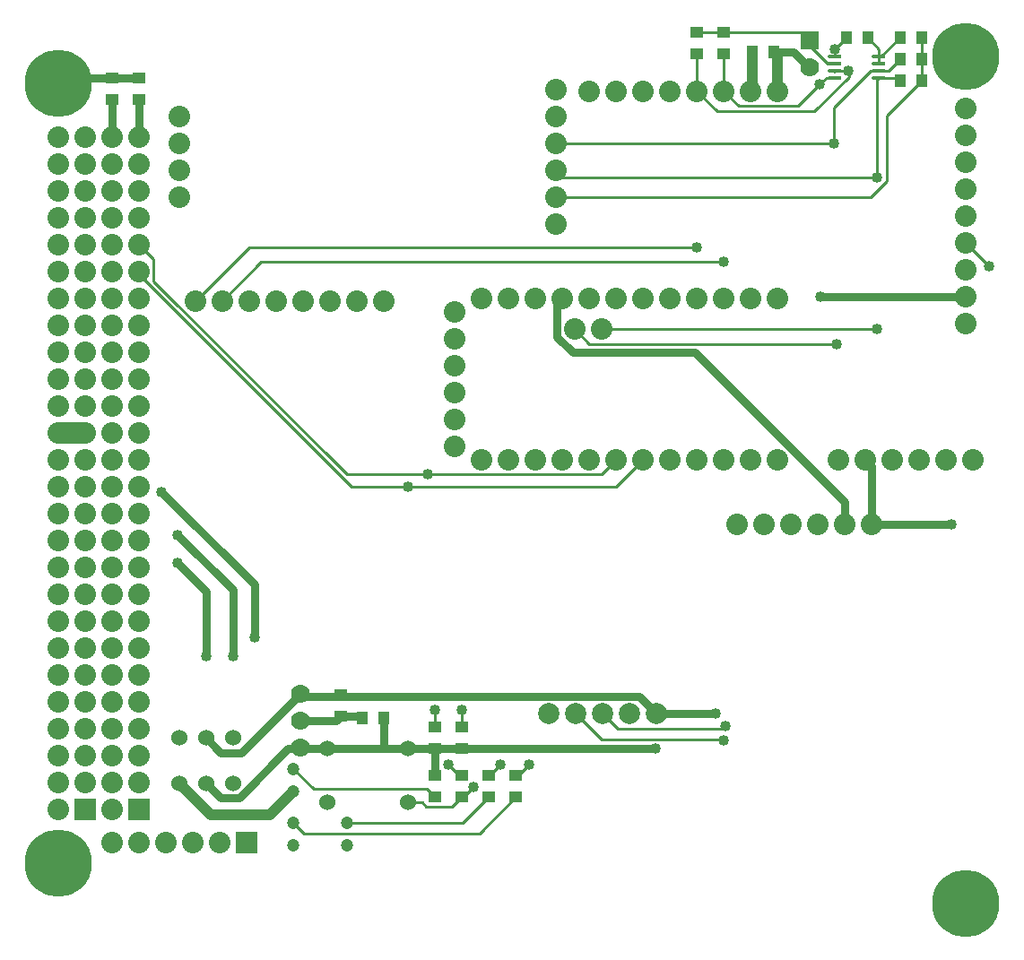
<source format=gtl>
G04 Layer_Physical_Order=1*
G04 Layer_Color=255*
%FSLAX25Y25*%
%MOIN*%
G70*
G01*
G75*
%ADD10R,0.04000X0.05000*%
%ADD11R,0.05000X0.04000*%
%ADD12O,0.05118X0.01575*%
%ADD13C,0.03000*%
%ADD14C,0.04000*%
%ADD15C,0.01000*%
%ADD16C,0.08000*%
%ADD17C,0.07000*%
%ADD18R,0.07000X0.07000*%
%ADD19C,0.08000*%
%ADD20C,0.07874*%
%ADD21C,0.04724*%
%ADD22C,0.06000*%
%ADD23R,0.08000X0.08000*%
%ADD24R,0.08000X0.08000*%
%ADD25C,0.04000*%
%ADD26C,0.25000*%
D10*
X-236500Y89000D02*
D03*
X-244500D02*
D03*
X-91500Y336500D02*
D03*
X-99500D02*
D03*
X-56500Y342000D02*
D03*
X-64500D02*
D03*
X-36500D02*
D03*
X-44500D02*
D03*
X-36500Y326000D02*
D03*
X-44500D02*
D03*
X-36500Y334000D02*
D03*
X-44500D02*
D03*
D11*
X-252500Y97500D02*
D03*
Y89500D02*
D03*
X-207500Y59500D02*
D03*
Y67500D02*
D03*
X-197500Y59500D02*
D03*
Y67500D02*
D03*
X-187500Y59500D02*
D03*
Y67500D02*
D03*
X-217500Y59500D02*
D03*
Y67500D02*
D03*
X-207500Y77500D02*
D03*
Y85500D02*
D03*
X-217500Y77500D02*
D03*
Y85500D02*
D03*
X-337500Y327000D02*
D03*
Y319000D02*
D03*
X-327500Y327000D02*
D03*
Y319000D02*
D03*
X-120000Y336000D02*
D03*
Y344000D02*
D03*
X-110000Y336000D02*
D03*
Y344000D02*
D03*
D12*
X-68768Y334839D02*
D03*
Y332279D02*
D03*
Y329720D02*
D03*
Y327161D02*
D03*
X-52232Y334839D02*
D03*
Y332279D02*
D03*
Y329720D02*
D03*
Y327161D02*
D03*
D13*
X-236500Y77500D02*
X-227500D01*
X-236500D02*
Y89000D01*
X-252500Y89500D02*
X-245000D01*
X-267500Y88000D02*
X-254000D01*
X-252500Y89500D01*
X-257500Y77500D02*
X-236500D01*
X-207500D02*
X-135500D01*
X-217500Y67500D02*
Y77500D01*
X-207500D01*
X-227500D02*
X-217500D01*
X-271922D02*
X-257500D01*
X-290222Y59200D02*
X-271922Y77500D01*
X-297000Y59200D02*
X-290222D01*
X-302500Y64700D02*
X-297000Y59200D01*
X-327500Y305000D02*
Y319000D01*
X-337500Y305000D02*
Y319000D01*
Y327000D02*
X-327500D01*
X-355500D02*
X-337500D01*
X-313000Y157000D02*
X-292500Y136500D01*
Y112000D02*
Y136500D01*
X-313000Y146500D02*
X-302500Y136000D01*
X-78535Y331000D02*
X-78000D01*
X-84035Y336500D02*
X-78535Y331000D01*
X-91500Y336500D02*
X-84035D01*
X-135000Y90500D02*
X-113000D01*
X-172000Y243000D02*
X-170000Y245000D01*
X-172000Y230808D02*
Y243000D01*
Y230808D02*
X-166192Y225000D01*
X-65000Y161000D02*
Y169192D01*
X-166192Y225000D02*
X-120808D01*
X-65000Y169192D01*
X-141437Y96937D02*
X-135000Y90500D01*
X-268563Y96937D02*
X-141437D01*
X-297000Y76000D02*
X-289500D01*
X-268563Y96937D01*
X-284500Y119000D02*
Y138500D01*
X-319000Y173000D02*
X-284500Y138500D01*
X-302500Y81500D02*
X-297000Y76000D01*
X-302500Y112000D02*
Y136000D01*
X-55000Y161000D02*
Y182500D01*
X-57500Y185000D02*
X-55000Y182500D01*
Y161000D02*
X-26500D01*
X-74000Y245500D02*
X-20000D01*
D14*
X-278732Y53000D02*
X-270000Y61732D01*
X-300800Y53000D02*
X-278732D01*
X-312500Y64700D02*
X-300800Y53000D01*
X-99500Y322500D02*
Y336500D01*
X-100000Y322000D02*
X-99500Y322500D01*
X-90000Y322000D02*
Y335000D01*
X-91500Y336500D02*
X-90000Y335000D01*
D15*
X-197000Y67500D02*
X-193000Y71500D01*
X-187500Y67500D02*
X-186500D01*
X-182500Y71500D01*
X-197500Y67500D02*
X-197000D01*
X-165500Y233500D02*
X-160000Y228000D01*
X-207500Y85500D02*
Y92000D01*
X-217500Y85500D02*
Y92000D01*
X-327500Y265000D02*
X-322000Y259500D01*
Y251393D02*
Y259500D01*
Y251393D02*
X-250107Y179500D01*
X-227500Y175000D02*
X-150000D01*
X-248435D02*
X-227500D01*
X-220000Y179500D02*
X-155500D01*
X-250107D02*
X-220000D01*
X-155500D02*
X-150000Y185000D01*
Y175000D02*
X-140000Y185000D01*
X-327500Y254065D02*
X-248435Y175000D01*
X-327500Y42500D02*
X-326500D01*
X-220500Y62500D02*
X-217500Y59500D01*
X-262500Y62500D02*
X-220500D01*
X-270000Y70000D02*
X-262500Y62500D01*
X-208500Y67500D02*
X-207500D01*
X-212500Y71500D02*
X-208500Y67500D01*
X-206757Y59500D02*
X-202899Y63359D01*
X-227500Y57500D02*
X-222121D01*
X-220621Y56000D01*
X-211000D01*
X-207500Y59500D01*
X-270000Y50000D02*
X-266138Y46138D01*
X-200862D02*
X-187500Y59500D01*
X-266138Y46138D02*
X-200862D01*
X-250000Y50000D02*
X-207000D01*
X-197500Y59500D01*
X-56500Y342000D02*
X-52232Y337732D01*
X-51661Y334839D02*
X-44500Y342000D01*
X-52232Y334839D02*
Y337732D01*
Y332279D02*
Y334839D01*
Y329720D02*
X-48779D01*
X-44500Y334000D01*
X-45661Y327161D02*
X-44500Y326000D01*
X-36500D02*
Y334000D01*
Y342000D01*
X-120000Y344000D02*
X-110000D01*
Y322000D02*
Y336000D01*
X-120000Y322000D02*
Y336000D01*
X-110000Y322000D02*
X-104500Y316500D01*
X-82500D01*
X-71839Y327161D02*
X-68768D01*
X-120000Y322000D02*
X-112500Y314500D01*
X-76423D01*
X-69039Y329449D02*
X-68768Y329720D01*
X-63500Y327423D02*
Y329500D01*
X-68768Y329720D02*
X-63721D01*
X-55279D02*
X-52232D01*
X-63721D02*
X-63500Y329500D01*
X-52232Y327161D02*
X-45661D01*
X-82500Y316500D02*
X-74500Y324500D01*
X-71839Y327161D01*
X-20000Y265500D02*
X-11500Y257000D01*
X-76423Y314500D02*
X-63500Y327423D01*
X-110000Y344000D02*
X-81000D01*
X-78000Y341000D01*
X-68768Y334839D02*
Y337732D01*
X-64500Y342000D01*
X-160000Y228000D02*
X-68000D01*
X-53000Y326394D02*
X-52232Y327161D01*
X-155500Y233500D02*
X-53000D01*
X-110437Y85063D02*
X-109500Y86000D01*
X-149563Y85063D02*
X-110437D01*
X-155000Y90500D02*
X-149563Y85063D01*
X-110500Y81000D02*
X-110000Y80500D01*
X-155500Y81000D02*
X-110500D01*
X-165000Y90500D02*
X-155500Y81000D01*
X-53000Y290000D02*
Y326394D01*
X-172500Y282500D02*
X-55550D01*
X-49500Y288550D01*
Y313000D01*
X-36500Y326000D01*
X-306500Y244000D02*
X-286500Y264000D01*
X-120000D01*
X-296500Y244000D02*
X-282000Y258500D01*
X-110000D01*
X-69000Y302500D02*
Y316000D01*
X-55279Y329720D01*
X-172500Y302500D02*
X-69000D01*
X-170000Y290000D02*
X-53000D01*
X-172500Y292500D02*
X-170000Y290000D01*
X-71280Y332279D02*
X-68768D01*
X-78000Y339000D02*
X-71280Y332279D01*
X-78000Y339000D02*
Y341000D01*
D16*
X-357500Y195000D02*
X-347500D01*
D17*
X-78000Y331000D02*
D03*
X-267500Y78000D02*
D03*
Y88000D02*
D03*
Y98000D02*
D03*
D18*
X-78000Y341000D02*
D03*
D19*
X-37500Y185000D02*
D03*
X-47500D02*
D03*
X-17500D02*
D03*
X-27500D02*
D03*
X-57500D02*
D03*
X-67500D02*
D03*
X-20000Y265500D02*
D03*
Y255500D02*
D03*
Y315500D02*
D03*
Y305500D02*
D03*
Y235500D02*
D03*
Y245500D02*
D03*
Y295500D02*
D03*
Y285500D02*
D03*
Y275500D02*
D03*
X-65000Y161000D02*
D03*
X-55000D02*
D03*
X-75000D02*
D03*
X-85000D02*
D03*
X-95000D02*
D03*
X-105000D02*
D03*
X-120000Y245000D02*
D03*
X-110000D02*
D03*
X-130000D02*
D03*
X-90000D02*
D03*
X-100000D02*
D03*
X-150000D02*
D03*
X-140000D02*
D03*
X-160000D02*
D03*
X-155500Y233500D02*
D03*
X-165500D02*
D03*
X-90000Y185000D02*
D03*
X-100000D02*
D03*
X-110000D02*
D03*
X-120000D02*
D03*
X-150000D02*
D03*
X-160000D02*
D03*
X-130000D02*
D03*
X-140000D02*
D03*
X-190000Y245000D02*
D03*
X-170000D02*
D03*
X-180000D02*
D03*
X-200000D02*
D03*
X-210000Y240000D02*
D03*
Y220000D02*
D03*
Y230000D02*
D03*
X-190000Y185000D02*
D03*
X-180000D02*
D03*
X-200000D02*
D03*
X-170000D02*
D03*
X-210000Y210000D02*
D03*
Y190000D02*
D03*
Y200000D02*
D03*
X-266500Y244000D02*
D03*
X-256500D02*
D03*
X-306500D02*
D03*
X-296500D02*
D03*
X-236500D02*
D03*
X-246500D02*
D03*
X-286500D02*
D03*
X-276500D02*
D03*
X-100000Y322000D02*
D03*
X-90000D02*
D03*
X-130000D02*
D03*
X-110000D02*
D03*
X-120000D02*
D03*
X-140000D02*
D03*
X-150000D02*
D03*
X-160000D02*
D03*
X-172500Y322500D02*
D03*
Y312500D02*
D03*
Y302500D02*
D03*
Y272500D02*
D03*
Y292500D02*
D03*
Y282500D02*
D03*
X-312500Y312500D02*
D03*
Y302500D02*
D03*
Y292500D02*
D03*
Y282500D02*
D03*
X-307500Y42500D02*
D03*
X-297500D02*
D03*
X-317500D02*
D03*
X-327500D02*
D03*
X-337500D02*
D03*
Y55000D02*
D03*
X-327500Y65000D02*
D03*
X-337500D02*
D03*
X-327500Y75000D02*
D03*
X-337500D02*
D03*
X-327500Y85000D02*
D03*
X-337500D02*
D03*
X-327500Y95000D02*
D03*
X-337500D02*
D03*
X-327500Y105000D02*
D03*
X-337500D02*
D03*
X-327500Y115000D02*
D03*
X-337500D02*
D03*
X-327500Y125000D02*
D03*
X-337500D02*
D03*
X-327500Y135000D02*
D03*
X-337500D02*
D03*
X-327500Y145000D02*
D03*
X-337500D02*
D03*
X-327500Y155000D02*
D03*
X-337500D02*
D03*
X-327500Y165000D02*
D03*
X-337500D02*
D03*
X-327500Y175000D02*
D03*
X-337500D02*
D03*
X-327500Y185000D02*
D03*
X-337500D02*
D03*
X-327500Y195000D02*
D03*
X-337500D02*
D03*
X-327500Y205000D02*
D03*
X-337500D02*
D03*
X-327500Y215000D02*
D03*
X-337500D02*
D03*
X-327500Y225000D02*
D03*
X-337500D02*
D03*
X-327500Y235000D02*
D03*
X-337500D02*
D03*
X-327500Y245000D02*
D03*
X-337500D02*
D03*
X-327500Y255000D02*
D03*
X-337500D02*
D03*
X-327500Y265000D02*
D03*
X-337500D02*
D03*
X-327500Y275000D02*
D03*
X-337500D02*
D03*
X-327500Y285000D02*
D03*
X-337500D02*
D03*
X-327500Y295000D02*
D03*
X-337500D02*
D03*
Y305000D02*
D03*
X-327500D02*
D03*
X-357500Y55000D02*
D03*
X-347500Y65000D02*
D03*
X-357500D02*
D03*
X-347500Y75000D02*
D03*
X-357500D02*
D03*
X-347500Y85000D02*
D03*
X-357500D02*
D03*
X-347500Y95000D02*
D03*
X-357500D02*
D03*
X-347500Y105000D02*
D03*
X-357500D02*
D03*
X-347500Y115000D02*
D03*
X-357500D02*
D03*
X-347500Y125000D02*
D03*
X-357500D02*
D03*
X-347500Y135000D02*
D03*
X-357500D02*
D03*
X-347500Y145000D02*
D03*
X-357500D02*
D03*
X-347500Y155000D02*
D03*
X-357500D02*
D03*
X-347500Y165000D02*
D03*
X-357500D02*
D03*
X-347500Y175000D02*
D03*
X-357500D02*
D03*
X-347500Y185000D02*
D03*
X-357500D02*
D03*
X-347500Y195000D02*
D03*
X-357500D02*
D03*
X-347500Y205000D02*
D03*
X-357500D02*
D03*
X-347500Y215000D02*
D03*
X-357500D02*
D03*
X-347500Y225000D02*
D03*
X-357500D02*
D03*
X-347500Y235000D02*
D03*
X-357500D02*
D03*
X-347500Y245000D02*
D03*
X-357500D02*
D03*
X-347500Y255000D02*
D03*
X-357500D02*
D03*
X-347500Y265000D02*
D03*
X-357500D02*
D03*
X-347500Y275000D02*
D03*
X-357500D02*
D03*
X-347500Y285000D02*
D03*
X-357500D02*
D03*
X-347500Y295000D02*
D03*
X-357500D02*
D03*
Y305000D02*
D03*
X-347500D02*
D03*
D20*
X-175000Y90500D02*
D03*
X-165000D02*
D03*
X-155000D02*
D03*
X-145000D02*
D03*
X-135000D02*
D03*
D21*
X-270000Y70000D02*
D03*
Y61732D02*
D03*
X-250000Y50000D02*
D03*
Y41732D02*
D03*
X-270000Y50000D02*
D03*
Y41732D02*
D03*
D22*
X-227500Y77500D02*
D03*
Y57500D02*
D03*
X-257500Y77500D02*
D03*
Y57500D02*
D03*
X-292500Y64700D02*
D03*
X-302500D02*
D03*
X-312500D02*
D03*
X-292500Y81500D02*
D03*
X-302500D02*
D03*
X-312500D02*
D03*
D23*
X-287500Y42500D02*
D03*
D24*
X-327500Y55000D02*
D03*
X-347500D02*
D03*
D25*
X-193000Y71500D02*
D03*
X-20000Y29500D02*
D03*
Y10500D02*
D03*
X-28000Y25000D02*
D03*
Y15000D02*
D03*
X-12000Y25000D02*
D03*
Y15000D02*
D03*
X-20000Y344500D02*
D03*
Y325500D02*
D03*
X-28000Y340000D02*
D03*
Y330000D02*
D03*
X-12000Y340000D02*
D03*
Y330000D02*
D03*
X-357500Y334500D02*
D03*
Y315500D02*
D03*
X-365500Y330000D02*
D03*
Y320000D02*
D03*
X-349500Y330000D02*
D03*
Y320000D02*
D03*
X-357400Y44500D02*
D03*
Y25500D02*
D03*
X-365400Y40000D02*
D03*
Y30000D02*
D03*
X-349400Y40000D02*
D03*
Y30000D02*
D03*
X-207500Y92000D02*
D03*
X-217500D02*
D03*
X-319000Y173000D02*
D03*
X-212500Y71500D02*
D03*
X-220000Y179500D02*
D03*
X-227500Y175000D02*
D03*
X-202899Y63359D02*
D03*
X-182500Y71500D02*
D03*
X-313000Y157000D02*
D03*
Y146500D02*
D03*
X-63610Y329610D02*
D03*
X-74500Y324500D02*
D03*
X-11500Y257000D02*
D03*
X-135500Y77500D02*
D03*
X-113000Y90500D02*
D03*
X-68000Y228000D02*
D03*
X-53000Y233500D02*
D03*
X-109500Y86000D02*
D03*
X-110000Y80500D02*
D03*
X-284500Y119000D02*
D03*
X-292500Y112000D02*
D03*
X-302500D02*
D03*
X-53000Y290000D02*
D03*
X-69000Y302500D02*
D03*
X-68768Y337732D02*
D03*
X-25500Y161000D02*
D03*
X-110000Y258500D02*
D03*
X-120000Y264000D02*
D03*
X-74000Y245500D02*
D03*
D26*
X-357500Y325000D02*
D03*
X-20000Y335000D02*
D03*
Y20000D02*
D03*
X-357500Y35000D02*
D03*
M02*

</source>
